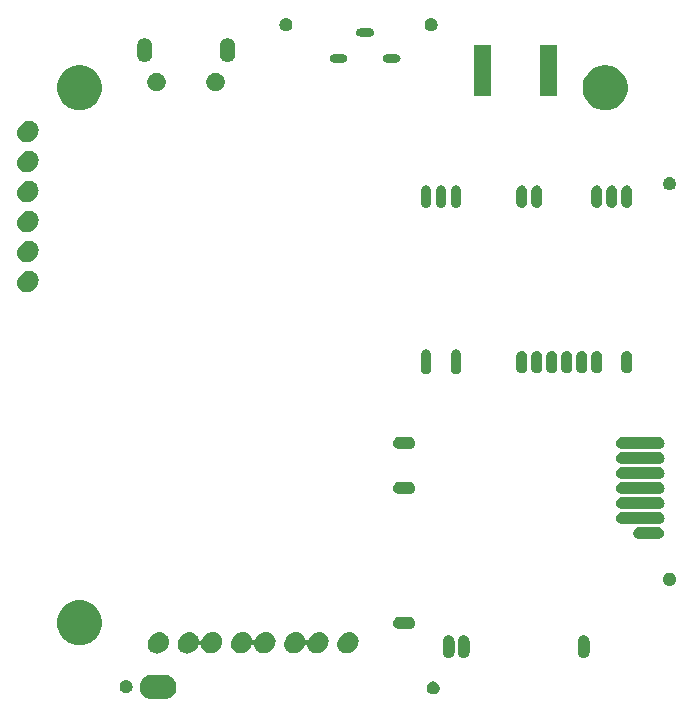
<source format=gbr>
G04 #@! TF.GenerationSoftware,KiCad,Pcbnew,(5.1.6)-1*
G04 #@! TF.CreationDate,2020-07-19T17:34:05+08:00*
G04 #@! TF.ProjectId,ESP32GW,45535033-3247-4572-9e6b-696361645f70,rev?*
G04 #@! TF.SameCoordinates,Original*
G04 #@! TF.FileFunction,Soldermask,Bot*
G04 #@! TF.FilePolarity,Negative*
%FSLAX46Y46*%
G04 Gerber Fmt 4.6, Leading zero omitted, Abs format (unit mm)*
G04 Created by KiCad (PCBNEW (5.1.6)-1) date 2020-07-19 17:34:05*
%MOMM*%
%LPD*%
G01*
G04 APERTURE LIST*
%ADD10C,0.100000*%
G04 APERTURE END LIST*
D10*
G36*
X128786737Y-125260649D02*
G01*
X128889672Y-125270787D01*
X129087786Y-125330885D01*
X129087789Y-125330886D01*
X129184615Y-125382641D01*
X129270369Y-125428477D01*
X129430405Y-125559815D01*
X129561743Y-125719851D01*
X129570436Y-125736115D01*
X129659334Y-125902431D01*
X129659335Y-125902434D01*
X129719433Y-126100548D01*
X129739725Y-126306580D01*
X129719433Y-126512612D01*
X129676562Y-126653936D01*
X129659334Y-126710729D01*
X129607579Y-126807555D01*
X129561743Y-126893309D01*
X129430405Y-127053345D01*
X129270369Y-127184683D01*
X129184615Y-127230519D01*
X129087789Y-127282274D01*
X129087786Y-127282275D01*
X128889672Y-127342373D01*
X128786737Y-127352511D01*
X128735271Y-127357580D01*
X127632009Y-127357580D01*
X127580543Y-127352511D01*
X127477608Y-127342373D01*
X127279494Y-127282275D01*
X127279491Y-127282274D01*
X127182665Y-127230519D01*
X127096911Y-127184683D01*
X126936875Y-127053345D01*
X126805537Y-126893309D01*
X126759701Y-126807555D01*
X126707946Y-126710729D01*
X126690718Y-126653936D01*
X126647847Y-126512612D01*
X126627555Y-126306580D01*
X126647847Y-126100548D01*
X126707945Y-125902434D01*
X126707946Y-125902431D01*
X126796844Y-125736115D01*
X126805537Y-125719851D01*
X126936875Y-125559815D01*
X127096911Y-125428477D01*
X127182665Y-125382641D01*
X127279491Y-125330886D01*
X127279494Y-125330885D01*
X127477608Y-125270787D01*
X127580543Y-125260649D01*
X127632009Y-125255580D01*
X128735271Y-125255580D01*
X128786737Y-125260649D01*
G37*
G36*
X151631081Y-125863114D02*
G01*
X151731355Y-125904649D01*
X151731356Y-125904650D01*
X151821602Y-125964950D01*
X151898350Y-126041698D01*
X151898351Y-126041700D01*
X151958651Y-126131945D01*
X152000186Y-126232219D01*
X152021360Y-126338670D01*
X152021360Y-126447210D01*
X152000186Y-126553661D01*
X151958651Y-126653935D01*
X151958650Y-126653936D01*
X151898350Y-126744182D01*
X151821602Y-126820930D01*
X151776172Y-126851285D01*
X151731355Y-126881231D01*
X151631081Y-126922766D01*
X151524630Y-126943940D01*
X151416090Y-126943940D01*
X151309639Y-126922766D01*
X151209365Y-126881231D01*
X151164548Y-126851285D01*
X151119118Y-126820930D01*
X151042370Y-126744182D01*
X150982070Y-126653936D01*
X150982069Y-126653935D01*
X150940534Y-126553661D01*
X150919360Y-126447210D01*
X150919360Y-126338670D01*
X150940534Y-126232219D01*
X150982069Y-126131945D01*
X151042369Y-126041700D01*
X151042370Y-126041698D01*
X151119118Y-125964950D01*
X151209364Y-125904650D01*
X151209365Y-125904649D01*
X151309639Y-125863114D01*
X151416090Y-125841940D01*
X151524630Y-125841940D01*
X151631081Y-125863114D01*
G37*
G36*
X125632581Y-125736114D02*
G01*
X125732855Y-125777649D01*
X125732856Y-125777650D01*
X125823102Y-125837950D01*
X125899850Y-125914698D01*
X125899851Y-125914700D01*
X125960151Y-126004945D01*
X126001686Y-126105219D01*
X126022860Y-126211670D01*
X126022860Y-126320210D01*
X126001686Y-126426661D01*
X125960151Y-126526935D01*
X125960150Y-126526936D01*
X125899850Y-126617182D01*
X125823102Y-126693930D01*
X125797965Y-126710726D01*
X125732855Y-126754231D01*
X125632581Y-126795766D01*
X125526130Y-126816940D01*
X125417590Y-126816940D01*
X125311139Y-126795766D01*
X125210865Y-126754231D01*
X125145755Y-126710726D01*
X125120618Y-126693930D01*
X125043870Y-126617182D01*
X124983570Y-126526936D01*
X124983569Y-126526935D01*
X124942034Y-126426661D01*
X124920860Y-126320210D01*
X124920860Y-126211670D01*
X124942034Y-126105219D01*
X124983569Y-126004945D01*
X125043869Y-125914700D01*
X125043870Y-125914698D01*
X125120618Y-125837950D01*
X125210864Y-125777650D01*
X125210865Y-125777649D01*
X125311139Y-125736114D01*
X125417590Y-125714940D01*
X125526130Y-125714940D01*
X125632581Y-125736114D01*
G37*
G36*
X152879052Y-121934909D02*
G01*
X152973491Y-121963557D01*
X153060527Y-122010078D01*
X153136815Y-122072685D01*
X153199422Y-122148973D01*
X153245943Y-122236008D01*
X153274591Y-122330447D01*
X153281840Y-122404048D01*
X153281840Y-123353272D01*
X153274591Y-123426873D01*
X153245943Y-123521312D01*
X153199422Y-123608347D01*
X153136815Y-123684635D01*
X153060527Y-123747242D01*
X152973492Y-123793763D01*
X152879053Y-123822411D01*
X152780840Y-123832084D01*
X152682628Y-123822411D01*
X152588189Y-123793763D01*
X152501154Y-123747242D01*
X152424866Y-123684635D01*
X152362259Y-123608347D01*
X152315738Y-123521312D01*
X152287090Y-123426873D01*
X152279841Y-123353272D01*
X152279841Y-123353270D01*
X152279840Y-123353260D01*
X152279840Y-122404049D01*
X152287089Y-122330448D01*
X152315737Y-122236009D01*
X152362258Y-122148973D01*
X152424865Y-122072685D01*
X152501153Y-122010078D01*
X152588188Y-121963557D01*
X152682627Y-121934909D01*
X152780840Y-121925236D01*
X152879052Y-121934909D01*
G37*
G36*
X154149052Y-121934909D02*
G01*
X154243491Y-121963557D01*
X154330527Y-122010078D01*
X154406815Y-122072685D01*
X154469422Y-122148973D01*
X154515943Y-122236008D01*
X154544591Y-122330447D01*
X154551840Y-122404048D01*
X154551840Y-123353272D01*
X154544591Y-123426873D01*
X154515943Y-123521312D01*
X154469422Y-123608347D01*
X154406815Y-123684635D01*
X154330527Y-123747242D01*
X154243492Y-123793763D01*
X154149053Y-123822411D01*
X154050840Y-123832084D01*
X153952628Y-123822411D01*
X153858189Y-123793763D01*
X153771154Y-123747242D01*
X153694866Y-123684635D01*
X153632259Y-123608347D01*
X153585738Y-123521312D01*
X153557090Y-123426873D01*
X153549841Y-123353272D01*
X153549841Y-123353270D01*
X153549840Y-123353260D01*
X153549840Y-122404049D01*
X153557089Y-122330448D01*
X153585737Y-122236009D01*
X153632258Y-122148973D01*
X153694865Y-122072685D01*
X153771153Y-122010078D01*
X153858188Y-121963557D01*
X153952627Y-121934909D01*
X154050840Y-121925236D01*
X154149052Y-121934909D01*
G37*
G36*
X164309052Y-121934909D02*
G01*
X164403491Y-121963557D01*
X164490527Y-122010078D01*
X164566815Y-122072685D01*
X164629422Y-122148973D01*
X164675943Y-122236008D01*
X164704591Y-122330447D01*
X164711840Y-122404048D01*
X164711840Y-123353272D01*
X164704591Y-123426873D01*
X164675943Y-123521312D01*
X164629422Y-123608347D01*
X164566815Y-123684635D01*
X164490527Y-123747242D01*
X164403492Y-123793763D01*
X164309053Y-123822411D01*
X164210840Y-123832084D01*
X164112628Y-123822411D01*
X164018189Y-123793763D01*
X163931154Y-123747242D01*
X163854866Y-123684635D01*
X163792259Y-123608347D01*
X163745738Y-123521312D01*
X163717090Y-123426873D01*
X163709841Y-123353272D01*
X163709841Y-123353270D01*
X163709840Y-123353260D01*
X163709840Y-122404049D01*
X163717089Y-122330448D01*
X163745737Y-122236009D01*
X163792258Y-122148973D01*
X163854865Y-122072685D01*
X163931153Y-122010078D01*
X164018188Y-121963557D01*
X164112627Y-121934909D01*
X164210840Y-121925236D01*
X164309052Y-121934909D01*
G37*
G36*
X132975548Y-121659525D02*
G01*
X133051043Y-121682426D01*
X133126539Y-121705327D01*
X133175009Y-121731235D01*
X133265691Y-121779705D01*
X133308931Y-121815192D01*
X133387659Y-121879801D01*
X133432884Y-121934909D01*
X133487755Y-122001769D01*
X133536225Y-122092451D01*
X133562133Y-122140921D01*
X133584071Y-122213241D01*
X133607935Y-122291912D01*
X133612866Y-122341971D01*
X133623401Y-122448934D01*
X133607935Y-122605956D01*
X133562133Y-122756947D01*
X133552231Y-122775472D01*
X133487755Y-122896099D01*
X133412739Y-122987505D01*
X133144965Y-123255279D01*
X133053559Y-123330295D01*
X132962877Y-123378765D01*
X132914407Y-123404673D01*
X132841222Y-123426873D01*
X132763416Y-123450475D01*
X132606394Y-123465941D01*
X132449372Y-123450475D01*
X132371566Y-123426873D01*
X132298381Y-123404673D01*
X132249911Y-123378765D01*
X132159229Y-123330295D01*
X132115989Y-123294808D01*
X132037261Y-123230199D01*
X131947588Y-123120931D01*
X131937165Y-123108231D01*
X131888695Y-123017549D01*
X131862787Y-122969079D01*
X131840449Y-122895439D01*
X131817104Y-122818480D01*
X131807729Y-122795846D01*
X131794115Y-122775472D01*
X131776788Y-122758145D01*
X131756414Y-122744531D01*
X131733775Y-122735154D01*
X131709742Y-122730373D01*
X131685238Y-122730373D01*
X131661204Y-122735153D01*
X131638565Y-122744530D01*
X131618191Y-122758144D01*
X131600864Y-122775471D01*
X131587250Y-122795845D01*
X131575148Y-122818485D01*
X131526875Y-122908799D01*
X131451859Y-123000205D01*
X131184085Y-123267979D01*
X131092679Y-123342995D01*
X131001997Y-123391465D01*
X130953527Y-123417373D01*
X130878031Y-123440274D01*
X130802536Y-123463175D01*
X130645514Y-123478641D01*
X130488492Y-123463175D01*
X130412997Y-123440274D01*
X130337501Y-123417373D01*
X130289031Y-123391465D01*
X130198349Y-123342995D01*
X130155109Y-123307508D01*
X130076381Y-123242899D01*
X130011772Y-123164171D01*
X129976285Y-123120931D01*
X129904613Y-122986841D01*
X129901907Y-122981779D01*
X129856105Y-122830787D01*
X129853966Y-122809069D01*
X129840639Y-122673766D01*
X129856105Y-122516744D01*
X129893846Y-122392327D01*
X129901907Y-122365753D01*
X129936908Y-122300271D01*
X129976285Y-122226601D01*
X130051301Y-122135195D01*
X130319075Y-121867421D01*
X130410481Y-121792405D01*
X130501163Y-121743935D01*
X130549633Y-121718027D01*
X130700623Y-121672225D01*
X130857646Y-121656759D01*
X131014668Y-121672225D01*
X131090163Y-121695126D01*
X131165659Y-121718027D01*
X131214129Y-121743935D01*
X131304811Y-121792405D01*
X131348051Y-121827892D01*
X131426779Y-121892501D01*
X131485092Y-121963557D01*
X131526875Y-122014469D01*
X131571040Y-122097097D01*
X131601253Y-122153621D01*
X131601253Y-122153622D01*
X131646936Y-122304220D01*
X131656311Y-122326854D01*
X131669925Y-122347228D01*
X131687252Y-122364555D01*
X131707626Y-122378169D01*
X131730265Y-122387546D01*
X131754298Y-122392327D01*
X131778802Y-122392327D01*
X131802836Y-122387547D01*
X131825475Y-122378170D01*
X131845849Y-122364556D01*
X131863176Y-122347229D01*
X131876790Y-122326855D01*
X131895820Y-122291253D01*
X131937165Y-122213901D01*
X132012181Y-122122495D01*
X132279955Y-121854721D01*
X132371361Y-121779705D01*
X132462043Y-121731235D01*
X132510513Y-121705327D01*
X132619637Y-121672225D01*
X132661503Y-121659525D01*
X132818526Y-121644059D01*
X132975548Y-121659525D01*
G37*
G36*
X128474668Y-121672225D02*
G01*
X128550163Y-121695126D01*
X128625659Y-121718027D01*
X128674129Y-121743935D01*
X128764811Y-121792405D01*
X128808051Y-121827892D01*
X128886779Y-121892501D01*
X128945092Y-121963557D01*
X128986875Y-122014469D01*
X129031040Y-122097097D01*
X129061253Y-122153621D01*
X129061253Y-122153622D01*
X129107055Y-122304612D01*
X129122521Y-122461634D01*
X129107055Y-122618657D01*
X129094190Y-122661066D01*
X129061253Y-122769647D01*
X129035345Y-122818117D01*
X128986875Y-122908799D01*
X128911859Y-123000205D01*
X128644085Y-123267979D01*
X128552679Y-123342995D01*
X128461997Y-123391465D01*
X128413527Y-123417373D01*
X128338031Y-123440274D01*
X128262536Y-123463175D01*
X128105514Y-123478641D01*
X127948492Y-123463175D01*
X127872997Y-123440274D01*
X127797501Y-123417373D01*
X127749031Y-123391465D01*
X127658349Y-123342995D01*
X127615109Y-123307508D01*
X127536381Y-123242899D01*
X127471772Y-123164171D01*
X127436285Y-123120931D01*
X127364613Y-122986841D01*
X127361907Y-122981779D01*
X127316105Y-122830787D01*
X127313966Y-122809069D01*
X127300639Y-122673766D01*
X127316105Y-122516744D01*
X127353846Y-122392327D01*
X127361907Y-122365753D01*
X127396908Y-122300271D01*
X127436285Y-122226601D01*
X127511301Y-122135195D01*
X127779075Y-121867421D01*
X127870481Y-121792405D01*
X127961163Y-121743935D01*
X128009633Y-121718027D01*
X128160623Y-121672225D01*
X128317646Y-121656759D01*
X128474668Y-121672225D01*
G37*
G36*
X137477328Y-121658865D02*
G01*
X137521370Y-121672225D01*
X137628319Y-121704667D01*
X137676789Y-121730575D01*
X137767471Y-121779045D01*
X137810711Y-121814532D01*
X137889439Y-121879141D01*
X137954048Y-121957869D01*
X137989535Y-122001109D01*
X138027793Y-122072685D01*
X138063913Y-122140261D01*
X138067966Y-122153622D01*
X138109715Y-122291252D01*
X138125181Y-122448274D01*
X138109715Y-122605297D01*
X138105662Y-122618657D01*
X138063913Y-122756287D01*
X138042769Y-122795845D01*
X137989535Y-122895439D01*
X137914519Y-122986845D01*
X137646745Y-123254619D01*
X137555339Y-123329635D01*
X137464657Y-123378105D01*
X137416187Y-123404013D01*
X137372144Y-123417373D01*
X137265196Y-123449815D01*
X137108174Y-123465281D01*
X136951152Y-123449815D01*
X136844204Y-123417373D01*
X136800161Y-123404013D01*
X136751691Y-123378105D01*
X136661009Y-123329635D01*
X136617769Y-123294148D01*
X136539041Y-123229539D01*
X136474432Y-123150811D01*
X136438945Y-123107571D01*
X136374414Y-122986841D01*
X136364567Y-122968419D01*
X136346482Y-122908798D01*
X136318765Y-122817428D01*
X136318765Y-122817425D01*
X136316230Y-122809069D01*
X136306853Y-122786430D01*
X136293239Y-122766056D01*
X136275912Y-122748729D01*
X136255538Y-122735115D01*
X136232899Y-122725738D01*
X136208866Y-122720957D01*
X136184362Y-122720957D01*
X136160328Y-122725737D01*
X136137689Y-122735114D01*
X136117315Y-122748728D01*
X136099988Y-122766055D01*
X136086374Y-122786430D01*
X136081341Y-122795846D01*
X136027755Y-122896099D01*
X135952739Y-122987505D01*
X135684965Y-123255279D01*
X135593559Y-123330295D01*
X135502877Y-123378765D01*
X135454407Y-123404673D01*
X135381222Y-123426873D01*
X135303416Y-123450475D01*
X135146394Y-123465941D01*
X134989372Y-123450475D01*
X134911566Y-123426873D01*
X134838381Y-123404673D01*
X134789911Y-123378765D01*
X134699229Y-123330295D01*
X134655989Y-123294808D01*
X134577261Y-123230199D01*
X134487588Y-123120931D01*
X134477165Y-123108231D01*
X134428695Y-123017549D01*
X134402787Y-122969079D01*
X134379886Y-122893583D01*
X134356985Y-122818088D01*
X134341519Y-122661066D01*
X134356985Y-122504044D01*
X134395168Y-122378170D01*
X134402787Y-122353053D01*
X134435820Y-122291253D01*
X134477165Y-122213901D01*
X134552181Y-122122495D01*
X134819955Y-121854721D01*
X134911361Y-121779705D01*
X135002043Y-121731235D01*
X135050513Y-121705327D01*
X135159637Y-121672225D01*
X135201503Y-121659525D01*
X135358526Y-121644059D01*
X135515548Y-121659525D01*
X135591043Y-121682426D01*
X135666539Y-121705327D01*
X135715009Y-121731235D01*
X135805691Y-121779705D01*
X135848931Y-121815192D01*
X135927659Y-121879801D01*
X135972884Y-121934909D01*
X136027755Y-122001769D01*
X136076225Y-122092451D01*
X136102133Y-122140921D01*
X136117394Y-122191232D01*
X136147935Y-122291912D01*
X136147935Y-122291913D01*
X136150470Y-122300271D01*
X136159847Y-122322910D01*
X136173461Y-122343284D01*
X136190788Y-122360611D01*
X136211162Y-122374225D01*
X136233801Y-122383602D01*
X136257834Y-122388383D01*
X136282338Y-122388383D01*
X136306372Y-122383603D01*
X136329011Y-122374226D01*
X136349385Y-122360612D01*
X136366712Y-122343285D01*
X136380326Y-122322910D01*
X136397248Y-122291252D01*
X136438945Y-122213241D01*
X136513961Y-122121835D01*
X136781735Y-121854061D01*
X136873141Y-121779045D01*
X136963823Y-121730575D01*
X137012293Y-121704667D01*
X137119241Y-121672225D01*
X137163283Y-121658865D01*
X137320306Y-121643399D01*
X137477328Y-121658865D01*
G37*
G36*
X144518208Y-121658865D02*
G01*
X144562250Y-121672225D01*
X144669199Y-121704667D01*
X144717669Y-121730575D01*
X144808351Y-121779045D01*
X144851591Y-121814532D01*
X144930319Y-121879141D01*
X144994928Y-121957869D01*
X145030415Y-122001109D01*
X145068673Y-122072685D01*
X145104793Y-122140261D01*
X145108846Y-122153622D01*
X145150595Y-122291252D01*
X145166061Y-122448274D01*
X145150595Y-122605297D01*
X145146542Y-122618657D01*
X145104793Y-122756287D01*
X145083649Y-122795845D01*
X145030415Y-122895439D01*
X144955399Y-122986845D01*
X144687625Y-123254619D01*
X144596219Y-123329635D01*
X144505537Y-123378105D01*
X144457067Y-123404013D01*
X144413024Y-123417373D01*
X144306076Y-123449815D01*
X144149054Y-123465281D01*
X143992032Y-123449815D01*
X143885084Y-123417373D01*
X143841041Y-123404013D01*
X143792571Y-123378105D01*
X143701889Y-123329635D01*
X143658649Y-123294148D01*
X143579921Y-123229539D01*
X143515312Y-123150811D01*
X143479825Y-123107571D01*
X143415294Y-122986841D01*
X143405447Y-122968419D01*
X143363698Y-122830788D01*
X143359645Y-122817428D01*
X143344179Y-122660406D01*
X143359645Y-122503384D01*
X143389778Y-122404048D01*
X143405447Y-122352393D01*
X143434009Y-122298957D01*
X143479825Y-122213241D01*
X143554841Y-122121835D01*
X143822615Y-121854061D01*
X143914021Y-121779045D01*
X144004703Y-121730575D01*
X144053173Y-121704667D01*
X144160121Y-121672225D01*
X144204163Y-121658865D01*
X144361186Y-121643399D01*
X144518208Y-121658865D01*
G37*
G36*
X141978208Y-121658865D02*
G01*
X142022250Y-121672225D01*
X142129199Y-121704667D01*
X142177669Y-121730575D01*
X142268351Y-121779045D01*
X142311591Y-121814532D01*
X142390319Y-121879141D01*
X142454928Y-121957869D01*
X142490415Y-122001109D01*
X142528673Y-122072685D01*
X142564793Y-122140261D01*
X142568846Y-122153622D01*
X142610595Y-122291252D01*
X142626061Y-122448274D01*
X142610595Y-122605297D01*
X142606542Y-122618657D01*
X142564793Y-122756287D01*
X142543649Y-122795845D01*
X142490415Y-122895439D01*
X142415399Y-122986845D01*
X142147625Y-123254619D01*
X142056219Y-123329635D01*
X141965537Y-123378105D01*
X141917067Y-123404013D01*
X141873024Y-123417373D01*
X141766076Y-123449815D01*
X141609054Y-123465281D01*
X141452032Y-123449815D01*
X141345084Y-123417373D01*
X141301041Y-123404013D01*
X141252571Y-123378105D01*
X141161889Y-123329635D01*
X141118649Y-123294148D01*
X141039921Y-123229539D01*
X140975312Y-123150811D01*
X140939825Y-123107571D01*
X140875294Y-122986841D01*
X140865447Y-122968419D01*
X140823698Y-122830788D01*
X140819645Y-122817428D01*
X140819645Y-122817427D01*
X140817308Y-122809723D01*
X140807930Y-122787084D01*
X140794317Y-122766710D01*
X140776990Y-122749383D01*
X140756615Y-122735769D01*
X140733977Y-122726392D01*
X140709943Y-122721611D01*
X140685439Y-122721611D01*
X140661406Y-122726391D01*
X140638767Y-122735769D01*
X140618393Y-122749382D01*
X140601066Y-122766709D01*
X140587452Y-122787083D01*
X140529535Y-122895439D01*
X140454519Y-122986845D01*
X140186745Y-123254619D01*
X140095339Y-123329635D01*
X140004657Y-123378105D01*
X139956187Y-123404013D01*
X139912144Y-123417373D01*
X139805196Y-123449815D01*
X139648174Y-123465281D01*
X139491152Y-123449815D01*
X139384204Y-123417373D01*
X139340161Y-123404013D01*
X139291691Y-123378105D01*
X139201009Y-123329635D01*
X139157769Y-123294148D01*
X139079041Y-123229539D01*
X139014432Y-123150811D01*
X138978945Y-123107571D01*
X138914414Y-122986841D01*
X138904567Y-122968419D01*
X138862818Y-122830788D01*
X138858765Y-122817428D01*
X138843299Y-122660406D01*
X138858765Y-122503384D01*
X138888898Y-122404048D01*
X138904567Y-122352393D01*
X138933129Y-122298957D01*
X138978945Y-122213241D01*
X139053961Y-122121835D01*
X139321735Y-121854061D01*
X139413141Y-121779045D01*
X139503823Y-121730575D01*
X139552293Y-121704667D01*
X139659241Y-121672225D01*
X139703283Y-121658865D01*
X139860306Y-121643399D01*
X140017328Y-121658865D01*
X140061370Y-121672225D01*
X140168319Y-121704667D01*
X140216789Y-121730575D01*
X140307471Y-121779045D01*
X140350711Y-121814532D01*
X140429439Y-121879141D01*
X140494048Y-121957869D01*
X140529535Y-122001109D01*
X140567793Y-122072685D01*
X140603913Y-122140261D01*
X140652052Y-122298957D01*
X140661430Y-122321596D01*
X140675043Y-122341970D01*
X140692370Y-122359297D01*
X140712745Y-122372911D01*
X140735383Y-122382288D01*
X140759417Y-122387069D01*
X140783921Y-122387069D01*
X140807954Y-122382289D01*
X140830593Y-122372911D01*
X140850967Y-122359298D01*
X140868294Y-122341971D01*
X140881908Y-122321597D01*
X140894009Y-122298957D01*
X140939825Y-122213241D01*
X141014841Y-122121835D01*
X141282615Y-121854061D01*
X141374021Y-121779045D01*
X141464703Y-121730575D01*
X141513173Y-121704667D01*
X141620121Y-121672225D01*
X141664163Y-121658865D01*
X141821186Y-121643399D01*
X141978208Y-121658865D01*
G37*
G36*
X122082581Y-119057334D02*
G01*
X122428541Y-119200636D01*
X122739897Y-119408677D01*
X123004683Y-119673463D01*
X123212724Y-119984819D01*
X123212725Y-119984821D01*
X123356026Y-120330780D01*
X123429080Y-120698047D01*
X123429080Y-121072513D01*
X123412006Y-121158350D01*
X123356026Y-121439781D01*
X123212724Y-121785741D01*
X123004683Y-122097097D01*
X122739897Y-122361883D01*
X122428541Y-122569924D01*
X122428540Y-122569925D01*
X122428539Y-122569925D01*
X122341550Y-122605957D01*
X122082581Y-122713226D01*
X121900812Y-122749382D01*
X121715313Y-122786280D01*
X121340847Y-122786280D01*
X121155348Y-122749382D01*
X120973579Y-122713226D01*
X120714610Y-122605957D01*
X120627621Y-122569925D01*
X120627620Y-122569925D01*
X120627619Y-122569924D01*
X120316263Y-122361883D01*
X120051477Y-122097097D01*
X119843436Y-121785741D01*
X119700134Y-121439781D01*
X119644154Y-121158350D01*
X119627080Y-121072513D01*
X119627080Y-120698047D01*
X119700134Y-120330780D01*
X119843435Y-119984821D01*
X119843436Y-119984819D01*
X120051477Y-119673463D01*
X120316263Y-119408677D01*
X120627619Y-119200636D01*
X120973579Y-119057334D01*
X121340847Y-118984280D01*
X121715313Y-118984280D01*
X122082581Y-119057334D01*
G37*
G36*
X149559053Y-120384909D02*
G01*
X149653492Y-120413557D01*
X149740527Y-120460078D01*
X149816815Y-120522685D01*
X149879422Y-120598973D01*
X149925943Y-120686008D01*
X149954591Y-120780447D01*
X149964264Y-120878660D01*
X149954591Y-120976873D01*
X149925943Y-121071312D01*
X149879422Y-121158347D01*
X149816815Y-121234635D01*
X149740527Y-121297242D01*
X149653492Y-121343763D01*
X149559053Y-121372411D01*
X149485452Y-121379660D01*
X148536228Y-121379660D01*
X148462627Y-121372411D01*
X148368188Y-121343763D01*
X148281153Y-121297242D01*
X148204865Y-121234635D01*
X148142258Y-121158347D01*
X148095737Y-121071312D01*
X148067089Y-120976873D01*
X148057416Y-120878660D01*
X148067089Y-120780447D01*
X148095737Y-120686008D01*
X148142258Y-120598973D01*
X148204865Y-120522685D01*
X148281153Y-120460078D01*
X148368188Y-120413557D01*
X148462627Y-120384909D01*
X148536228Y-120377660D01*
X149485452Y-120377660D01*
X149559053Y-120384909D01*
G37*
G36*
X171641201Y-116661674D02*
G01*
X171741475Y-116703209D01*
X171741476Y-116703210D01*
X171831722Y-116763510D01*
X171908470Y-116840258D01*
X171908471Y-116840260D01*
X171968771Y-116930505D01*
X172010306Y-117030779D01*
X172031480Y-117137230D01*
X172031480Y-117245770D01*
X172010306Y-117352221D01*
X171968771Y-117452495D01*
X171968770Y-117452496D01*
X171908470Y-117542742D01*
X171831722Y-117619490D01*
X171786292Y-117649845D01*
X171741475Y-117679791D01*
X171641201Y-117721326D01*
X171534750Y-117742500D01*
X171426210Y-117742500D01*
X171319759Y-117721326D01*
X171219485Y-117679791D01*
X171174668Y-117649845D01*
X171129238Y-117619490D01*
X171052490Y-117542742D01*
X170992190Y-117452496D01*
X170992189Y-117452495D01*
X170950654Y-117352221D01*
X170929480Y-117245770D01*
X170929480Y-117137230D01*
X170950654Y-117030779D01*
X170992189Y-116930505D01*
X171052489Y-116840260D01*
X171052490Y-116840258D01*
X171129238Y-116763510D01*
X171219484Y-116703210D01*
X171219485Y-116703209D01*
X171319759Y-116661674D01*
X171426210Y-116640500D01*
X171534750Y-116640500D01*
X171641201Y-116661674D01*
G37*
G36*
X170609053Y-112764909D02*
G01*
X170703492Y-112793557D01*
X170790527Y-112840078D01*
X170866815Y-112902685D01*
X170929422Y-112978973D01*
X170975943Y-113066008D01*
X171004591Y-113160447D01*
X171014264Y-113258660D01*
X171004591Y-113356873D01*
X170975943Y-113451312D01*
X170929422Y-113538347D01*
X170866815Y-113614635D01*
X170790527Y-113677242D01*
X170703492Y-113723763D01*
X170609053Y-113752411D01*
X170535452Y-113759660D01*
X168886228Y-113759660D01*
X168812627Y-113752411D01*
X168718188Y-113723763D01*
X168631153Y-113677242D01*
X168554865Y-113614635D01*
X168492258Y-113538347D01*
X168445737Y-113451312D01*
X168417089Y-113356873D01*
X168407416Y-113258660D01*
X168417089Y-113160447D01*
X168445737Y-113066008D01*
X168492258Y-112978973D01*
X168554865Y-112902685D01*
X168631153Y-112840078D01*
X168718188Y-112793557D01*
X168812627Y-112764909D01*
X168886228Y-112757660D01*
X170535452Y-112757660D01*
X170609053Y-112764909D01*
G37*
G36*
X170659053Y-111494909D02*
G01*
X170753492Y-111523557D01*
X170840527Y-111570078D01*
X170916815Y-111632685D01*
X170979422Y-111708973D01*
X171025943Y-111796008D01*
X171054591Y-111890447D01*
X171064264Y-111988660D01*
X171054591Y-112086873D01*
X171025943Y-112181312D01*
X170979422Y-112268347D01*
X170916815Y-112344635D01*
X170840527Y-112407242D01*
X170753492Y-112453763D01*
X170659053Y-112482411D01*
X170585452Y-112489660D01*
X167436228Y-112489660D01*
X167362627Y-112482411D01*
X167268188Y-112453763D01*
X167181153Y-112407242D01*
X167104865Y-112344635D01*
X167042258Y-112268347D01*
X166995737Y-112181312D01*
X166967089Y-112086873D01*
X166957416Y-111988660D01*
X166967089Y-111890447D01*
X166995737Y-111796008D01*
X167042258Y-111708973D01*
X167104865Y-111632685D01*
X167181153Y-111570078D01*
X167268188Y-111523557D01*
X167362627Y-111494909D01*
X167436228Y-111487660D01*
X170585452Y-111487660D01*
X170659053Y-111494909D01*
G37*
G36*
X170659053Y-110224909D02*
G01*
X170753492Y-110253557D01*
X170840527Y-110300078D01*
X170916815Y-110362685D01*
X170979422Y-110438973D01*
X171025943Y-110526008D01*
X171054591Y-110620447D01*
X171064264Y-110718660D01*
X171054591Y-110816873D01*
X171025943Y-110911312D01*
X170979422Y-110998347D01*
X170916815Y-111074635D01*
X170840527Y-111137242D01*
X170753492Y-111183763D01*
X170659053Y-111212411D01*
X170585452Y-111219660D01*
X167436228Y-111219660D01*
X167362627Y-111212411D01*
X167268188Y-111183763D01*
X167181153Y-111137242D01*
X167104865Y-111074635D01*
X167042258Y-110998347D01*
X166995737Y-110911312D01*
X166967089Y-110816873D01*
X166957416Y-110718660D01*
X166967089Y-110620447D01*
X166995737Y-110526008D01*
X167042258Y-110438973D01*
X167104865Y-110362685D01*
X167181153Y-110300078D01*
X167268188Y-110253557D01*
X167362627Y-110224909D01*
X167436228Y-110217660D01*
X170585452Y-110217660D01*
X170659053Y-110224909D01*
G37*
G36*
X170659053Y-108954909D02*
G01*
X170753492Y-108983557D01*
X170840527Y-109030078D01*
X170916815Y-109092685D01*
X170979422Y-109168973D01*
X171025943Y-109256008D01*
X171054591Y-109350447D01*
X171064264Y-109448660D01*
X171054591Y-109546873D01*
X171025943Y-109641312D01*
X170979422Y-109728347D01*
X170916815Y-109804635D01*
X170840527Y-109867242D01*
X170753492Y-109913763D01*
X170659053Y-109942411D01*
X170585452Y-109949660D01*
X167436228Y-109949660D01*
X167362627Y-109942411D01*
X167268188Y-109913763D01*
X167181153Y-109867242D01*
X167104865Y-109804635D01*
X167042258Y-109728347D01*
X166995737Y-109641312D01*
X166967089Y-109546873D01*
X166957416Y-109448660D01*
X166967089Y-109350447D01*
X166995737Y-109256008D01*
X167042258Y-109168973D01*
X167104865Y-109092685D01*
X167181153Y-109030078D01*
X167268188Y-108983557D01*
X167362627Y-108954909D01*
X167436228Y-108947660D01*
X170585452Y-108947660D01*
X170659053Y-108954909D01*
G37*
G36*
X149559053Y-108954909D02*
G01*
X149653492Y-108983557D01*
X149740527Y-109030078D01*
X149816815Y-109092685D01*
X149879422Y-109168973D01*
X149925943Y-109256008D01*
X149954591Y-109350447D01*
X149964264Y-109448660D01*
X149954591Y-109546873D01*
X149925943Y-109641312D01*
X149879422Y-109728347D01*
X149816815Y-109804635D01*
X149740527Y-109867242D01*
X149653492Y-109913763D01*
X149559053Y-109942411D01*
X149485452Y-109949660D01*
X148536228Y-109949660D01*
X148462627Y-109942411D01*
X148368188Y-109913763D01*
X148281153Y-109867242D01*
X148204865Y-109804635D01*
X148142258Y-109728347D01*
X148095737Y-109641312D01*
X148067089Y-109546873D01*
X148057416Y-109448660D01*
X148067089Y-109350447D01*
X148095737Y-109256008D01*
X148142258Y-109168973D01*
X148204865Y-109092685D01*
X148281153Y-109030078D01*
X148368188Y-108983557D01*
X148462627Y-108954909D01*
X148536228Y-108947660D01*
X149485452Y-108947660D01*
X149559053Y-108954909D01*
G37*
G36*
X170659053Y-107684909D02*
G01*
X170753492Y-107713557D01*
X170840527Y-107760078D01*
X170916815Y-107822685D01*
X170979422Y-107898973D01*
X171025943Y-107986008D01*
X171054591Y-108080447D01*
X171064264Y-108178660D01*
X171054591Y-108276873D01*
X171025943Y-108371312D01*
X170979422Y-108458347D01*
X170916815Y-108534635D01*
X170840527Y-108597242D01*
X170753492Y-108643763D01*
X170659053Y-108672411D01*
X170585452Y-108679660D01*
X167436228Y-108679660D01*
X167362627Y-108672411D01*
X167268188Y-108643763D01*
X167181153Y-108597242D01*
X167104865Y-108534635D01*
X167042258Y-108458347D01*
X166995737Y-108371312D01*
X166967089Y-108276873D01*
X166957416Y-108178660D01*
X166967089Y-108080447D01*
X166995737Y-107986008D01*
X167042258Y-107898973D01*
X167104865Y-107822685D01*
X167181153Y-107760078D01*
X167268188Y-107713557D01*
X167362627Y-107684909D01*
X167436228Y-107677660D01*
X170585452Y-107677660D01*
X170659053Y-107684909D01*
G37*
G36*
X170659053Y-106414909D02*
G01*
X170753492Y-106443557D01*
X170840527Y-106490078D01*
X170916815Y-106552685D01*
X170979422Y-106628973D01*
X171025943Y-106716008D01*
X171054591Y-106810447D01*
X171064264Y-106908660D01*
X171054591Y-107006873D01*
X171025943Y-107101312D01*
X170979422Y-107188347D01*
X170916815Y-107264635D01*
X170840527Y-107327242D01*
X170753492Y-107373763D01*
X170659053Y-107402411D01*
X170585452Y-107409660D01*
X167436228Y-107409660D01*
X167362627Y-107402411D01*
X167268188Y-107373763D01*
X167181153Y-107327242D01*
X167104865Y-107264635D01*
X167042258Y-107188347D01*
X166995737Y-107101312D01*
X166967089Y-107006873D01*
X166957416Y-106908660D01*
X166967089Y-106810447D01*
X166995737Y-106716008D01*
X167042258Y-106628973D01*
X167104865Y-106552685D01*
X167181153Y-106490078D01*
X167268188Y-106443557D01*
X167362627Y-106414909D01*
X167436228Y-106407660D01*
X170585452Y-106407660D01*
X170659053Y-106414909D01*
G37*
G36*
X170659053Y-105144909D02*
G01*
X170753492Y-105173557D01*
X170840527Y-105220078D01*
X170916815Y-105282685D01*
X170979422Y-105358973D01*
X171025943Y-105446008D01*
X171054591Y-105540447D01*
X171064264Y-105638660D01*
X171054591Y-105736873D01*
X171025943Y-105831312D01*
X170979422Y-105918347D01*
X170916815Y-105994635D01*
X170840527Y-106057242D01*
X170753492Y-106103763D01*
X170659053Y-106132411D01*
X170585452Y-106139660D01*
X167436228Y-106139660D01*
X167362627Y-106132411D01*
X167268188Y-106103763D01*
X167181153Y-106057242D01*
X167104865Y-105994635D01*
X167042258Y-105918347D01*
X166995737Y-105831312D01*
X166967089Y-105736873D01*
X166957416Y-105638660D01*
X166967089Y-105540447D01*
X166995737Y-105446008D01*
X167042258Y-105358973D01*
X167104865Y-105282685D01*
X167181153Y-105220078D01*
X167268188Y-105173557D01*
X167362627Y-105144909D01*
X167436228Y-105137660D01*
X170585452Y-105137660D01*
X170659053Y-105144909D01*
G37*
G36*
X149559053Y-105144909D02*
G01*
X149653492Y-105173557D01*
X149740527Y-105220078D01*
X149816815Y-105282685D01*
X149879422Y-105358973D01*
X149925943Y-105446008D01*
X149954591Y-105540447D01*
X149964264Y-105638660D01*
X149954591Y-105736873D01*
X149925943Y-105831312D01*
X149879422Y-105918347D01*
X149816815Y-105994635D01*
X149740527Y-106057242D01*
X149653492Y-106103763D01*
X149559053Y-106132411D01*
X149485452Y-106139660D01*
X148536228Y-106139660D01*
X148462627Y-106132411D01*
X148368188Y-106103763D01*
X148281153Y-106057242D01*
X148204865Y-105994635D01*
X148142258Y-105918347D01*
X148095737Y-105831312D01*
X148067089Y-105736873D01*
X148057416Y-105638660D01*
X148067089Y-105540447D01*
X148095737Y-105446008D01*
X148142258Y-105358973D01*
X148204865Y-105282685D01*
X148281153Y-105220078D01*
X148368188Y-105173557D01*
X148462627Y-105144909D01*
X148536228Y-105137660D01*
X149485452Y-105137660D01*
X149559053Y-105144909D01*
G37*
G36*
X153494470Y-97736125D02*
G01*
X153579486Y-97761914D01*
X153657835Y-97803793D01*
X153726509Y-97860151D01*
X153782867Y-97928825D01*
X153824746Y-98007174D01*
X153850535Y-98092190D01*
X153857060Y-98158442D01*
X153857060Y-99402758D01*
X153850535Y-99469010D01*
X153824746Y-99554026D01*
X153782867Y-99632375D01*
X153726509Y-99701048D01*
X153657834Y-99757407D01*
X153579485Y-99799286D01*
X153494469Y-99825075D01*
X153406060Y-99833782D01*
X153317650Y-99825075D01*
X153232634Y-99799286D01*
X153154285Y-99757407D01*
X153085612Y-99701049D01*
X153029253Y-99632374D01*
X152987374Y-99554025D01*
X152961585Y-99469009D01*
X152955060Y-99402757D01*
X152955061Y-98158442D01*
X152961586Y-98092190D01*
X152987375Y-98007174D01*
X153029254Y-97928825D01*
X153085612Y-97860151D01*
X153154286Y-97803793D01*
X153232635Y-97761914D01*
X153317651Y-97736125D01*
X153406060Y-97727418D01*
X153494470Y-97736125D01*
G37*
G36*
X150954470Y-97736125D02*
G01*
X151039486Y-97761914D01*
X151117835Y-97803793D01*
X151186509Y-97860151D01*
X151242867Y-97928825D01*
X151284746Y-98007174D01*
X151310535Y-98092190D01*
X151317060Y-98158442D01*
X151317060Y-99402758D01*
X151310535Y-99469010D01*
X151284746Y-99554026D01*
X151242867Y-99632375D01*
X151186509Y-99701048D01*
X151117834Y-99757407D01*
X151039485Y-99799286D01*
X150954469Y-99825075D01*
X150866060Y-99833782D01*
X150777650Y-99825075D01*
X150692634Y-99799286D01*
X150614285Y-99757407D01*
X150545612Y-99701049D01*
X150489253Y-99632374D01*
X150447374Y-99554025D01*
X150421585Y-99469009D01*
X150415060Y-99402757D01*
X150415061Y-98158442D01*
X150421586Y-98092190D01*
X150447375Y-98007174D01*
X150489254Y-97928825D01*
X150545612Y-97860151D01*
X150614286Y-97803793D01*
X150692635Y-97761914D01*
X150777651Y-97736125D01*
X150866060Y-97727418D01*
X150954470Y-97736125D01*
G37*
G36*
X159056850Y-97841205D02*
G01*
X159141866Y-97866994D01*
X159220215Y-97908873D01*
X159288889Y-97965231D01*
X159345247Y-98033905D01*
X159387126Y-98112254D01*
X159412915Y-98197270D01*
X159419440Y-98263522D01*
X159419440Y-99307838D01*
X159412915Y-99374090D01*
X159387126Y-99459106D01*
X159345247Y-99537455D01*
X159288889Y-99606128D01*
X159220214Y-99662487D01*
X159141865Y-99704366D01*
X159056849Y-99730155D01*
X158968440Y-99738862D01*
X158880030Y-99730155D01*
X158795014Y-99704366D01*
X158716665Y-99662487D01*
X158647992Y-99606129D01*
X158591633Y-99537454D01*
X158549754Y-99459105D01*
X158523965Y-99374089D01*
X158517440Y-99307837D01*
X158517441Y-98263522D01*
X158523966Y-98197270D01*
X158549755Y-98112254D01*
X158591634Y-98033905D01*
X158647992Y-97965231D01*
X158716666Y-97908873D01*
X158795015Y-97866994D01*
X158880031Y-97841205D01*
X158968440Y-97832498D01*
X159056850Y-97841205D01*
G37*
G36*
X167946850Y-97841205D02*
G01*
X168031866Y-97866994D01*
X168110215Y-97908873D01*
X168178889Y-97965231D01*
X168235247Y-98033905D01*
X168277126Y-98112254D01*
X168302915Y-98197270D01*
X168309440Y-98263522D01*
X168309440Y-99307838D01*
X168302915Y-99374090D01*
X168277126Y-99459106D01*
X168235247Y-99537455D01*
X168178889Y-99606128D01*
X168110214Y-99662487D01*
X168031865Y-99704366D01*
X167946849Y-99730155D01*
X167858440Y-99738862D01*
X167770030Y-99730155D01*
X167685014Y-99704366D01*
X167606665Y-99662487D01*
X167537992Y-99606129D01*
X167481633Y-99537454D01*
X167439754Y-99459105D01*
X167413965Y-99374089D01*
X167407440Y-99307837D01*
X167407441Y-98263522D01*
X167413966Y-98197270D01*
X167439755Y-98112254D01*
X167481634Y-98033905D01*
X167537992Y-97965231D01*
X167606666Y-97908873D01*
X167685015Y-97866994D01*
X167770031Y-97841205D01*
X167858440Y-97832498D01*
X167946850Y-97841205D01*
G37*
G36*
X164136850Y-97841205D02*
G01*
X164221866Y-97866994D01*
X164300215Y-97908873D01*
X164368889Y-97965231D01*
X164425247Y-98033905D01*
X164467126Y-98112254D01*
X164492915Y-98197270D01*
X164499440Y-98263522D01*
X164499440Y-99307838D01*
X164492915Y-99374090D01*
X164467126Y-99459106D01*
X164425247Y-99537455D01*
X164368889Y-99606128D01*
X164300214Y-99662487D01*
X164221865Y-99704366D01*
X164136849Y-99730155D01*
X164048440Y-99738862D01*
X163960030Y-99730155D01*
X163875014Y-99704366D01*
X163796665Y-99662487D01*
X163727992Y-99606129D01*
X163671633Y-99537454D01*
X163629754Y-99459105D01*
X163603965Y-99374089D01*
X163597440Y-99307837D01*
X163597441Y-98263522D01*
X163603966Y-98197270D01*
X163629755Y-98112254D01*
X163671634Y-98033905D01*
X163727992Y-97965231D01*
X163796666Y-97908873D01*
X163875015Y-97866994D01*
X163960031Y-97841205D01*
X164048440Y-97832498D01*
X164136850Y-97841205D01*
G37*
G36*
X160326850Y-97841205D02*
G01*
X160411866Y-97866994D01*
X160490215Y-97908873D01*
X160558889Y-97965231D01*
X160615247Y-98033905D01*
X160657126Y-98112254D01*
X160682915Y-98197270D01*
X160689440Y-98263522D01*
X160689440Y-99307838D01*
X160682915Y-99374090D01*
X160657126Y-99459106D01*
X160615247Y-99537455D01*
X160558889Y-99606128D01*
X160490214Y-99662487D01*
X160411865Y-99704366D01*
X160326849Y-99730155D01*
X160238440Y-99738862D01*
X160150030Y-99730155D01*
X160065014Y-99704366D01*
X159986665Y-99662487D01*
X159917992Y-99606129D01*
X159861633Y-99537454D01*
X159819754Y-99459105D01*
X159793965Y-99374089D01*
X159787440Y-99307837D01*
X159787441Y-98263522D01*
X159793966Y-98197270D01*
X159819755Y-98112254D01*
X159861634Y-98033905D01*
X159917992Y-97965231D01*
X159986666Y-97908873D01*
X160065015Y-97866994D01*
X160150031Y-97841205D01*
X160238440Y-97832498D01*
X160326850Y-97841205D01*
G37*
G36*
X161596850Y-97841205D02*
G01*
X161681866Y-97866994D01*
X161760215Y-97908873D01*
X161828889Y-97965231D01*
X161885247Y-98033905D01*
X161927126Y-98112254D01*
X161952915Y-98197270D01*
X161959440Y-98263522D01*
X161959440Y-99307838D01*
X161952915Y-99374090D01*
X161927126Y-99459106D01*
X161885247Y-99537455D01*
X161828889Y-99606128D01*
X161760214Y-99662487D01*
X161681865Y-99704366D01*
X161596849Y-99730155D01*
X161508440Y-99738862D01*
X161420030Y-99730155D01*
X161335014Y-99704366D01*
X161256665Y-99662487D01*
X161187992Y-99606129D01*
X161131633Y-99537454D01*
X161089754Y-99459105D01*
X161063965Y-99374089D01*
X161057440Y-99307837D01*
X161057441Y-98263522D01*
X161063966Y-98197270D01*
X161089755Y-98112254D01*
X161131634Y-98033905D01*
X161187992Y-97965231D01*
X161256666Y-97908873D01*
X161335015Y-97866994D01*
X161420031Y-97841205D01*
X161508440Y-97832498D01*
X161596850Y-97841205D01*
G37*
G36*
X162866850Y-97841205D02*
G01*
X162951866Y-97866994D01*
X163030215Y-97908873D01*
X163098889Y-97965231D01*
X163155247Y-98033905D01*
X163197126Y-98112254D01*
X163222915Y-98197270D01*
X163229440Y-98263522D01*
X163229440Y-99307838D01*
X163222915Y-99374090D01*
X163197126Y-99459106D01*
X163155247Y-99537455D01*
X163098889Y-99606128D01*
X163030214Y-99662487D01*
X162951865Y-99704366D01*
X162866849Y-99730155D01*
X162778440Y-99738862D01*
X162690030Y-99730155D01*
X162605014Y-99704366D01*
X162526665Y-99662487D01*
X162457992Y-99606129D01*
X162401633Y-99537454D01*
X162359754Y-99459105D01*
X162333965Y-99374089D01*
X162327440Y-99307837D01*
X162327441Y-98263522D01*
X162333966Y-98197270D01*
X162359755Y-98112254D01*
X162401634Y-98033905D01*
X162457992Y-97965231D01*
X162526666Y-97908873D01*
X162605015Y-97866994D01*
X162690031Y-97841205D01*
X162778440Y-97832498D01*
X162866850Y-97841205D01*
G37*
G36*
X165406850Y-97841205D02*
G01*
X165491866Y-97866994D01*
X165570215Y-97908873D01*
X165638889Y-97965231D01*
X165695247Y-98033905D01*
X165737126Y-98112254D01*
X165762915Y-98197270D01*
X165769440Y-98263522D01*
X165769440Y-99307838D01*
X165762915Y-99374090D01*
X165737126Y-99459106D01*
X165695247Y-99537455D01*
X165638889Y-99606128D01*
X165570214Y-99662487D01*
X165491865Y-99704366D01*
X165406849Y-99730155D01*
X165318440Y-99738862D01*
X165230030Y-99730155D01*
X165145014Y-99704366D01*
X165066665Y-99662487D01*
X164997992Y-99606129D01*
X164941633Y-99537454D01*
X164899754Y-99459105D01*
X164873965Y-99374089D01*
X164867440Y-99307837D01*
X164867441Y-98263522D01*
X164873966Y-98197270D01*
X164899755Y-98112254D01*
X164941634Y-98033905D01*
X164997992Y-97965231D01*
X165066666Y-97908873D01*
X165145015Y-97866994D01*
X165230031Y-97841205D01*
X165318440Y-97832498D01*
X165406850Y-97841205D01*
G37*
G36*
X117420588Y-91083005D02*
G01*
X117496083Y-91105906D01*
X117571579Y-91128807D01*
X117620049Y-91154715D01*
X117710731Y-91203185D01*
X117753971Y-91238672D01*
X117832699Y-91303281D01*
X117897308Y-91382009D01*
X117932795Y-91425249D01*
X117981265Y-91515931D01*
X118007173Y-91564401D01*
X118052975Y-91715393D01*
X118068441Y-91872414D01*
X118052975Y-92029436D01*
X118007173Y-92180427D01*
X117981265Y-92228897D01*
X117932795Y-92319579D01*
X117857779Y-92410985D01*
X117590005Y-92678759D01*
X117498599Y-92753775D01*
X117407917Y-92802245D01*
X117359447Y-92828153D01*
X117283951Y-92851054D01*
X117208456Y-92873955D01*
X117051434Y-92889421D01*
X116894412Y-92873955D01*
X116818917Y-92851054D01*
X116743421Y-92828153D01*
X116694951Y-92802245D01*
X116604269Y-92753775D01*
X116561029Y-92718288D01*
X116482301Y-92653679D01*
X116417692Y-92574951D01*
X116382205Y-92531711D01*
X116317674Y-92410981D01*
X116307827Y-92392559D01*
X116262025Y-92241567D01*
X116256003Y-92180426D01*
X116246559Y-92084546D01*
X116262025Y-91927524D01*
X116307827Y-91776534D01*
X116307827Y-91776533D01*
X116340508Y-91715392D01*
X116382205Y-91637381D01*
X116457221Y-91545975D01*
X116724995Y-91278201D01*
X116816401Y-91203185D01*
X116907083Y-91154715D01*
X116955553Y-91128807D01*
X117106543Y-91083005D01*
X117263566Y-91067539D01*
X117420588Y-91083005D01*
G37*
G36*
X117420588Y-88543005D02*
G01*
X117496083Y-88565906D01*
X117571579Y-88588807D01*
X117620049Y-88614715D01*
X117710731Y-88663185D01*
X117753971Y-88698672D01*
X117832699Y-88763281D01*
X117897308Y-88842009D01*
X117932795Y-88885249D01*
X117981265Y-88975931D01*
X118007173Y-89024401D01*
X118052975Y-89175393D01*
X118068441Y-89332414D01*
X118052975Y-89489436D01*
X118007173Y-89640427D01*
X117981265Y-89688897D01*
X117932795Y-89779579D01*
X117857779Y-89870985D01*
X117590005Y-90138759D01*
X117498599Y-90213775D01*
X117407917Y-90262245D01*
X117359447Y-90288153D01*
X117283951Y-90311054D01*
X117208456Y-90333955D01*
X117051434Y-90349421D01*
X116894412Y-90333955D01*
X116818917Y-90311054D01*
X116743421Y-90288153D01*
X116694951Y-90262245D01*
X116604269Y-90213775D01*
X116561029Y-90178288D01*
X116482301Y-90113679D01*
X116417692Y-90034951D01*
X116382205Y-89991711D01*
X116317674Y-89870981D01*
X116307827Y-89852559D01*
X116262025Y-89701567D01*
X116256003Y-89640426D01*
X116246559Y-89544546D01*
X116262025Y-89387524D01*
X116307827Y-89236534D01*
X116307827Y-89236533D01*
X116340508Y-89175392D01*
X116382205Y-89097381D01*
X116457221Y-89005975D01*
X116724995Y-88738201D01*
X116816401Y-88663185D01*
X116907083Y-88614715D01*
X116955553Y-88588807D01*
X117031049Y-88565906D01*
X117106543Y-88543005D01*
X117263566Y-88527539D01*
X117420588Y-88543005D01*
G37*
G36*
X117420588Y-86003005D02*
G01*
X117496083Y-86025906D01*
X117571579Y-86048807D01*
X117620049Y-86074715D01*
X117710731Y-86123185D01*
X117753971Y-86158672D01*
X117832699Y-86223281D01*
X117897308Y-86302009D01*
X117932795Y-86345249D01*
X117981265Y-86435931D01*
X118007173Y-86484401D01*
X118052975Y-86635393D01*
X118068441Y-86792414D01*
X118052975Y-86949436D01*
X118007173Y-87100427D01*
X117981265Y-87148897D01*
X117932795Y-87239579D01*
X117857779Y-87330985D01*
X117590005Y-87598759D01*
X117498599Y-87673775D01*
X117407917Y-87722245D01*
X117359447Y-87748153D01*
X117283951Y-87771054D01*
X117208456Y-87793955D01*
X117051434Y-87809421D01*
X116894412Y-87793955D01*
X116818917Y-87771054D01*
X116743421Y-87748153D01*
X116694951Y-87722245D01*
X116604269Y-87673775D01*
X116561029Y-87638288D01*
X116482301Y-87573679D01*
X116417692Y-87494951D01*
X116382205Y-87451711D01*
X116317674Y-87330981D01*
X116307827Y-87312559D01*
X116262025Y-87161567D01*
X116256003Y-87100426D01*
X116246559Y-87004546D01*
X116262025Y-86847524D01*
X116307827Y-86696534D01*
X116307827Y-86696533D01*
X116340508Y-86635392D01*
X116382205Y-86557381D01*
X116457221Y-86465975D01*
X116724995Y-86198201D01*
X116816401Y-86123185D01*
X116907083Y-86074715D01*
X116955553Y-86048807D01*
X117031049Y-86025906D01*
X117106543Y-86003005D01*
X117263566Y-85987539D01*
X117420588Y-86003005D01*
G37*
G36*
X167946850Y-83841205D02*
G01*
X168031866Y-83866994D01*
X168110215Y-83908873D01*
X168178889Y-83965231D01*
X168235247Y-84033905D01*
X168277126Y-84112254D01*
X168302915Y-84197270D01*
X168309440Y-84263522D01*
X168309440Y-85307838D01*
X168302915Y-85374090D01*
X168277126Y-85459106D01*
X168235247Y-85537455D01*
X168178889Y-85606128D01*
X168110214Y-85662487D01*
X168031865Y-85704366D01*
X167946849Y-85730155D01*
X167858440Y-85738862D01*
X167770030Y-85730155D01*
X167685014Y-85704366D01*
X167606665Y-85662487D01*
X167537992Y-85606129D01*
X167481633Y-85537454D01*
X167439754Y-85459105D01*
X167413965Y-85374089D01*
X167407440Y-85307837D01*
X167407441Y-84263522D01*
X167413966Y-84197270D01*
X167439755Y-84112254D01*
X167481634Y-84033905D01*
X167537992Y-83965231D01*
X167606666Y-83908873D01*
X167685015Y-83866994D01*
X167770031Y-83841205D01*
X167858440Y-83832498D01*
X167946850Y-83841205D01*
G37*
G36*
X166676850Y-83841205D02*
G01*
X166761866Y-83866994D01*
X166840215Y-83908873D01*
X166908889Y-83965231D01*
X166965247Y-84033905D01*
X167007126Y-84112254D01*
X167032915Y-84197270D01*
X167039440Y-84263522D01*
X167039440Y-85307838D01*
X167032915Y-85374090D01*
X167007126Y-85459106D01*
X166965247Y-85537455D01*
X166908889Y-85606128D01*
X166840214Y-85662487D01*
X166761865Y-85704366D01*
X166676849Y-85730155D01*
X166588440Y-85738862D01*
X166500030Y-85730155D01*
X166415014Y-85704366D01*
X166336665Y-85662487D01*
X166267992Y-85606129D01*
X166211633Y-85537454D01*
X166169754Y-85459105D01*
X166143965Y-85374089D01*
X166137440Y-85307837D01*
X166137441Y-84263522D01*
X166143966Y-84197270D01*
X166169755Y-84112254D01*
X166211634Y-84033905D01*
X166267992Y-83965231D01*
X166336666Y-83908873D01*
X166415015Y-83866994D01*
X166500031Y-83841205D01*
X166588440Y-83832498D01*
X166676850Y-83841205D01*
G37*
G36*
X165406850Y-83841205D02*
G01*
X165491866Y-83866994D01*
X165570215Y-83908873D01*
X165638889Y-83965231D01*
X165695247Y-84033905D01*
X165737126Y-84112254D01*
X165762915Y-84197270D01*
X165769440Y-84263522D01*
X165769440Y-85307838D01*
X165762915Y-85374090D01*
X165737126Y-85459106D01*
X165695247Y-85537455D01*
X165638889Y-85606128D01*
X165570214Y-85662487D01*
X165491865Y-85704366D01*
X165406849Y-85730155D01*
X165318440Y-85738862D01*
X165230030Y-85730155D01*
X165145014Y-85704366D01*
X165066665Y-85662487D01*
X164997992Y-85606129D01*
X164941633Y-85537454D01*
X164899754Y-85459105D01*
X164873965Y-85374089D01*
X164867440Y-85307837D01*
X164867441Y-84263522D01*
X164873966Y-84197270D01*
X164899755Y-84112254D01*
X164941634Y-84033905D01*
X164997992Y-83965231D01*
X165066666Y-83908873D01*
X165145015Y-83866994D01*
X165230031Y-83841205D01*
X165318440Y-83832498D01*
X165406850Y-83841205D01*
G37*
G36*
X160326850Y-83841205D02*
G01*
X160411866Y-83866994D01*
X160490215Y-83908873D01*
X160558889Y-83965231D01*
X160615247Y-84033905D01*
X160657126Y-84112254D01*
X160682915Y-84197270D01*
X160689440Y-84263522D01*
X160689440Y-85307838D01*
X160682915Y-85374090D01*
X160657126Y-85459106D01*
X160615247Y-85537455D01*
X160558889Y-85606128D01*
X160490214Y-85662487D01*
X160411865Y-85704366D01*
X160326849Y-85730155D01*
X160238440Y-85738862D01*
X160150030Y-85730155D01*
X160065014Y-85704366D01*
X159986665Y-85662487D01*
X159917992Y-85606129D01*
X159861633Y-85537454D01*
X159819754Y-85459105D01*
X159793965Y-85374089D01*
X159787440Y-85307837D01*
X159787441Y-84263522D01*
X159793966Y-84197270D01*
X159819755Y-84112254D01*
X159861634Y-84033905D01*
X159917992Y-83965231D01*
X159986666Y-83908873D01*
X160065015Y-83866994D01*
X160150031Y-83841205D01*
X160238440Y-83832498D01*
X160326850Y-83841205D01*
G37*
G36*
X159056850Y-83841205D02*
G01*
X159141866Y-83866994D01*
X159220215Y-83908873D01*
X159288889Y-83965231D01*
X159345247Y-84033905D01*
X159387126Y-84112254D01*
X159412915Y-84197270D01*
X159419440Y-84263522D01*
X159419440Y-85307838D01*
X159412915Y-85374090D01*
X159387126Y-85459106D01*
X159345247Y-85537455D01*
X159288889Y-85606128D01*
X159220214Y-85662487D01*
X159141865Y-85704366D01*
X159056849Y-85730155D01*
X158968440Y-85738862D01*
X158880030Y-85730155D01*
X158795014Y-85704366D01*
X158716665Y-85662487D01*
X158647992Y-85606129D01*
X158591633Y-85537454D01*
X158549754Y-85459105D01*
X158523965Y-85374089D01*
X158517440Y-85307837D01*
X158517441Y-84263522D01*
X158523966Y-84197270D01*
X158549755Y-84112254D01*
X158591634Y-84033905D01*
X158647992Y-83965231D01*
X158716666Y-83908873D01*
X158795015Y-83866994D01*
X158880031Y-83841205D01*
X158968440Y-83832498D01*
X159056850Y-83841205D01*
G37*
G36*
X153494470Y-83836125D02*
G01*
X153579486Y-83861914D01*
X153657835Y-83903793D01*
X153726509Y-83960151D01*
X153782867Y-84028825D01*
X153824745Y-84107172D01*
X153850535Y-84192190D01*
X153857060Y-84258442D01*
X153857060Y-85302758D01*
X153850535Y-85369010D01*
X153824746Y-85454026D01*
X153782867Y-85532375D01*
X153726509Y-85601048D01*
X153657834Y-85657407D01*
X153579485Y-85699286D01*
X153494469Y-85725075D01*
X153406060Y-85733782D01*
X153317650Y-85725075D01*
X153232634Y-85699286D01*
X153154285Y-85657407D01*
X153085612Y-85601049D01*
X153029253Y-85532374D01*
X152987374Y-85454025D01*
X152961585Y-85369009D01*
X152955060Y-85302757D01*
X152955061Y-84258442D01*
X152961586Y-84192190D01*
X152987376Y-84107172D01*
X153029254Y-84028825D01*
X153085612Y-83960151D01*
X153154286Y-83903793D01*
X153232635Y-83861914D01*
X153317651Y-83836125D01*
X153406060Y-83827418D01*
X153494470Y-83836125D01*
G37*
G36*
X150954470Y-83836125D02*
G01*
X151039486Y-83861914D01*
X151117835Y-83903793D01*
X151186509Y-83960151D01*
X151242867Y-84028825D01*
X151284745Y-84107172D01*
X151310535Y-84192190D01*
X151317060Y-84258442D01*
X151317060Y-85302758D01*
X151310535Y-85369010D01*
X151284746Y-85454026D01*
X151242867Y-85532375D01*
X151186509Y-85601048D01*
X151117834Y-85657407D01*
X151039485Y-85699286D01*
X150954469Y-85725075D01*
X150866060Y-85733782D01*
X150777650Y-85725075D01*
X150692634Y-85699286D01*
X150614285Y-85657407D01*
X150545612Y-85601049D01*
X150489253Y-85532374D01*
X150447374Y-85454025D01*
X150421585Y-85369009D01*
X150415060Y-85302757D01*
X150415061Y-84258442D01*
X150421586Y-84192190D01*
X150447376Y-84107172D01*
X150489254Y-84028825D01*
X150545612Y-83960151D01*
X150614286Y-83903793D01*
X150692635Y-83861914D01*
X150777651Y-83836125D01*
X150866060Y-83827418D01*
X150954470Y-83836125D01*
G37*
G36*
X152224470Y-83836125D02*
G01*
X152309486Y-83861914D01*
X152387835Y-83903793D01*
X152456509Y-83960151D01*
X152512867Y-84028825D01*
X152554745Y-84107172D01*
X152580535Y-84192190D01*
X152587060Y-84258442D01*
X152587060Y-85302758D01*
X152580535Y-85369010D01*
X152554746Y-85454026D01*
X152512867Y-85532375D01*
X152456509Y-85601048D01*
X152387834Y-85657407D01*
X152309485Y-85699286D01*
X152224469Y-85725075D01*
X152136060Y-85733782D01*
X152047650Y-85725075D01*
X151962634Y-85699286D01*
X151884285Y-85657407D01*
X151815612Y-85601049D01*
X151759253Y-85532374D01*
X151717374Y-85454025D01*
X151691585Y-85369009D01*
X151685060Y-85302757D01*
X151685061Y-84258442D01*
X151691586Y-84192190D01*
X151717376Y-84107172D01*
X151759254Y-84028825D01*
X151815612Y-83960151D01*
X151884286Y-83903793D01*
X151962635Y-83861914D01*
X152047651Y-83836125D01*
X152136060Y-83827418D01*
X152224470Y-83836125D01*
G37*
G36*
X117420588Y-83463005D02*
G01*
X117496083Y-83485906D01*
X117571579Y-83508807D01*
X117612685Y-83530779D01*
X117710731Y-83583185D01*
X117753971Y-83618672D01*
X117832699Y-83683281D01*
X117897308Y-83762009D01*
X117932795Y-83805249D01*
X117965798Y-83866994D01*
X118007173Y-83944401D01*
X118013492Y-83965232D01*
X118052975Y-84095392D01*
X118055349Y-84119491D01*
X118068441Y-84252414D01*
X118052975Y-84409436D01*
X118007173Y-84560427D01*
X117981265Y-84608897D01*
X117932795Y-84699579D01*
X117857779Y-84790985D01*
X117590005Y-85058759D01*
X117498599Y-85133775D01*
X117407917Y-85182245D01*
X117359447Y-85208153D01*
X117283951Y-85231054D01*
X117208456Y-85253955D01*
X117051434Y-85269421D01*
X116894412Y-85253955D01*
X116818917Y-85231054D01*
X116743421Y-85208153D01*
X116694951Y-85182245D01*
X116604269Y-85133775D01*
X116561029Y-85098288D01*
X116482301Y-85033679D01*
X116417692Y-84954951D01*
X116382205Y-84911711D01*
X116317674Y-84790981D01*
X116307827Y-84772559D01*
X116262025Y-84621567D01*
X116256003Y-84560426D01*
X116246559Y-84464546D01*
X116262025Y-84307524D01*
X116307827Y-84156534D01*
X116307827Y-84156533D01*
X116340508Y-84095392D01*
X116382205Y-84017381D01*
X116457221Y-83925975D01*
X116724995Y-83658201D01*
X116816401Y-83583185D01*
X116914447Y-83530779D01*
X116955553Y-83508807D01*
X117106543Y-83463005D01*
X117263566Y-83447539D01*
X117420588Y-83463005D01*
G37*
G36*
X171641201Y-83161674D02*
G01*
X171741475Y-83203209D01*
X171741476Y-83203210D01*
X171831722Y-83263510D01*
X171908470Y-83340258D01*
X171908471Y-83340260D01*
X171968771Y-83430505D01*
X172010306Y-83530779D01*
X172031480Y-83637230D01*
X172031480Y-83745770D01*
X172010306Y-83852221D01*
X171968771Y-83952495D01*
X171960261Y-83965231D01*
X171908470Y-84042742D01*
X171831722Y-84119490D01*
X171786292Y-84149845D01*
X171741475Y-84179791D01*
X171641201Y-84221326D01*
X171534750Y-84242500D01*
X171426210Y-84242500D01*
X171319759Y-84221326D01*
X171219485Y-84179791D01*
X171174668Y-84149845D01*
X171129238Y-84119490D01*
X171052490Y-84042742D01*
X171000699Y-83965231D01*
X170992189Y-83952495D01*
X170950654Y-83852221D01*
X170929480Y-83745770D01*
X170929480Y-83637230D01*
X170950654Y-83530779D01*
X170992189Y-83430505D01*
X171052489Y-83340260D01*
X171052490Y-83340258D01*
X171129238Y-83263510D01*
X171219484Y-83203210D01*
X171219485Y-83203209D01*
X171319759Y-83161674D01*
X171426210Y-83140500D01*
X171534750Y-83140500D01*
X171641201Y-83161674D01*
G37*
G36*
X117420588Y-80923005D02*
G01*
X117496083Y-80945906D01*
X117571579Y-80968807D01*
X117620049Y-80994715D01*
X117710731Y-81043185D01*
X117753971Y-81078672D01*
X117832699Y-81143281D01*
X117897308Y-81222009D01*
X117932795Y-81265249D01*
X117981265Y-81355931D01*
X118007173Y-81404401D01*
X118052975Y-81555393D01*
X118068441Y-81712414D01*
X118052975Y-81869436D01*
X118007173Y-82020427D01*
X117981265Y-82068897D01*
X117932795Y-82159579D01*
X117857779Y-82250985D01*
X117590005Y-82518759D01*
X117498599Y-82593775D01*
X117407917Y-82642245D01*
X117359447Y-82668153D01*
X117283951Y-82691054D01*
X117208456Y-82713955D01*
X117051434Y-82729421D01*
X116894412Y-82713955D01*
X116818917Y-82691054D01*
X116743421Y-82668153D01*
X116694951Y-82642245D01*
X116604269Y-82593775D01*
X116561029Y-82558288D01*
X116482301Y-82493679D01*
X116417692Y-82414951D01*
X116382205Y-82371711D01*
X116317674Y-82250981D01*
X116307827Y-82232559D01*
X116262025Y-82081567D01*
X116256003Y-82020426D01*
X116246559Y-81924546D01*
X116262025Y-81767524D01*
X116307827Y-81616534D01*
X116307827Y-81616533D01*
X116340508Y-81555392D01*
X116382205Y-81477381D01*
X116457221Y-81385975D01*
X116724995Y-81118201D01*
X116816401Y-81043185D01*
X116907083Y-80994715D01*
X116955553Y-80968807D01*
X117106543Y-80923005D01*
X117263566Y-80907539D01*
X117420588Y-80923005D01*
G37*
G36*
X117420588Y-78383005D02*
G01*
X117496083Y-78405906D01*
X117571579Y-78428807D01*
X117620049Y-78454715D01*
X117710731Y-78503185D01*
X117753971Y-78538672D01*
X117832699Y-78603281D01*
X117897308Y-78682009D01*
X117932795Y-78725249D01*
X117981265Y-78815931D01*
X118007173Y-78864401D01*
X118052975Y-79015393D01*
X118068441Y-79172414D01*
X118052975Y-79329436D01*
X118007173Y-79480427D01*
X117981265Y-79528897D01*
X117932795Y-79619579D01*
X117857779Y-79710985D01*
X117590005Y-79978759D01*
X117498599Y-80053775D01*
X117407917Y-80102245D01*
X117359447Y-80128153D01*
X117283951Y-80151054D01*
X117208456Y-80173955D01*
X117051434Y-80189421D01*
X116894412Y-80173955D01*
X116818917Y-80151054D01*
X116743421Y-80128153D01*
X116694951Y-80102245D01*
X116604269Y-80053775D01*
X116561029Y-80018288D01*
X116482301Y-79953679D01*
X116417692Y-79874951D01*
X116382205Y-79831711D01*
X116317674Y-79710981D01*
X116307827Y-79692559D01*
X116262025Y-79541567D01*
X116256003Y-79480426D01*
X116246559Y-79384546D01*
X116262025Y-79227524D01*
X116307827Y-79076534D01*
X116307827Y-79076533D01*
X116340508Y-79015392D01*
X116382205Y-78937381D01*
X116457221Y-78845975D01*
X116724995Y-78578201D01*
X116816401Y-78503185D01*
X116907083Y-78454715D01*
X116955553Y-78428807D01*
X117031049Y-78405906D01*
X117106543Y-78383005D01*
X117263566Y-78367539D01*
X117420588Y-78383005D01*
G37*
G36*
X166398946Y-73720807D02*
G01*
X166582581Y-73757334D01*
X166928541Y-73900636D01*
X167239897Y-74108677D01*
X167504683Y-74373463D01*
X167712724Y-74684819D01*
X167856026Y-75030779D01*
X167929080Y-75398048D01*
X167929080Y-75772512D01*
X167856026Y-76139781D01*
X167712724Y-76485741D01*
X167504683Y-76797097D01*
X167239897Y-77061883D01*
X166928541Y-77269924D01*
X166582581Y-77413226D01*
X166398946Y-77449753D01*
X166215313Y-77486280D01*
X165840847Y-77486280D01*
X165657214Y-77449753D01*
X165473579Y-77413226D01*
X165127619Y-77269924D01*
X164816263Y-77061883D01*
X164551477Y-76797097D01*
X164343436Y-76485741D01*
X164200134Y-76139781D01*
X164127080Y-75772512D01*
X164127080Y-75398048D01*
X164200134Y-75030779D01*
X164343436Y-74684819D01*
X164551477Y-74373463D01*
X164816263Y-74108677D01*
X165127619Y-73900636D01*
X165473579Y-73757334D01*
X165657214Y-73720807D01*
X165840847Y-73684280D01*
X166215313Y-73684280D01*
X166398946Y-73720807D01*
G37*
G36*
X121898946Y-73720807D02*
G01*
X122082581Y-73757334D01*
X122428541Y-73900636D01*
X122739897Y-74108677D01*
X123004683Y-74373463D01*
X123212724Y-74684819D01*
X123356026Y-75030779D01*
X123429080Y-75398048D01*
X123429080Y-75772512D01*
X123356026Y-76139781D01*
X123212724Y-76485741D01*
X123004683Y-76797097D01*
X122739897Y-77061883D01*
X122428541Y-77269924D01*
X122082581Y-77413226D01*
X121898946Y-77449753D01*
X121715313Y-77486280D01*
X121340847Y-77486280D01*
X121157214Y-77449753D01*
X120973579Y-77413226D01*
X120627619Y-77269924D01*
X120316263Y-77061883D01*
X120051477Y-76797097D01*
X119843436Y-76485741D01*
X119700134Y-76139781D01*
X119627080Y-75772512D01*
X119627080Y-75398048D01*
X119700134Y-75030779D01*
X119843436Y-74684819D01*
X120051477Y-74373463D01*
X120316263Y-74108677D01*
X120627619Y-73900636D01*
X120973579Y-73757334D01*
X121157214Y-73720807D01*
X121340847Y-73684280D01*
X121715313Y-73684280D01*
X121898946Y-73720807D01*
G37*
G36*
X156341540Y-76245340D02*
G01*
X154889540Y-76245340D01*
X154889540Y-71943340D01*
X156341540Y-71943340D01*
X156341540Y-76245340D01*
G37*
G36*
X161991540Y-76245340D02*
G01*
X160539540Y-76245340D01*
X160539540Y-71943340D01*
X161991540Y-71943340D01*
X161991540Y-76245340D01*
G37*
G36*
X128277828Y-74330920D02*
G01*
X128277830Y-74330921D01*
X128277831Y-74330921D01*
X128419054Y-74389417D01*
X128419057Y-74389419D01*
X128546149Y-74474339D01*
X128654241Y-74582431D01*
X128722654Y-74684819D01*
X128739163Y-74709526D01*
X128797659Y-74850749D01*
X128827480Y-75000671D01*
X128827480Y-75153529D01*
X128797659Y-75303451D01*
X128739163Y-75444674D01*
X128739161Y-75444677D01*
X128654241Y-75571769D01*
X128546149Y-75679861D01*
X128419057Y-75764781D01*
X128419054Y-75764783D01*
X128277831Y-75823279D01*
X128277830Y-75823279D01*
X128277828Y-75823280D01*
X128127911Y-75853100D01*
X127975049Y-75853100D01*
X127825132Y-75823280D01*
X127825130Y-75823279D01*
X127825129Y-75823279D01*
X127683906Y-75764783D01*
X127683903Y-75764781D01*
X127556811Y-75679861D01*
X127448719Y-75571769D01*
X127363799Y-75444677D01*
X127363797Y-75444674D01*
X127305301Y-75303451D01*
X127275480Y-75153529D01*
X127275480Y-75000671D01*
X127305301Y-74850749D01*
X127363797Y-74709526D01*
X127380306Y-74684819D01*
X127448719Y-74582431D01*
X127556811Y-74474339D01*
X127683903Y-74389419D01*
X127683906Y-74389417D01*
X127825129Y-74330921D01*
X127825130Y-74330921D01*
X127825132Y-74330920D01*
X127975049Y-74301100D01*
X128127911Y-74301100D01*
X128277828Y-74330920D01*
G37*
G36*
X133277828Y-74330920D02*
G01*
X133277830Y-74330921D01*
X133277831Y-74330921D01*
X133419054Y-74389417D01*
X133419057Y-74389419D01*
X133546149Y-74474339D01*
X133654241Y-74582431D01*
X133722654Y-74684819D01*
X133739163Y-74709526D01*
X133797659Y-74850749D01*
X133827480Y-75000671D01*
X133827480Y-75153529D01*
X133797659Y-75303451D01*
X133739163Y-75444674D01*
X133739161Y-75444677D01*
X133654241Y-75571769D01*
X133546149Y-75679861D01*
X133419057Y-75764781D01*
X133419054Y-75764783D01*
X133277831Y-75823279D01*
X133277830Y-75823279D01*
X133277828Y-75823280D01*
X133127911Y-75853100D01*
X132975049Y-75853100D01*
X132825132Y-75823280D01*
X132825130Y-75823279D01*
X132825129Y-75823279D01*
X132683906Y-75764783D01*
X132683903Y-75764781D01*
X132556811Y-75679861D01*
X132448719Y-75571769D01*
X132363799Y-75444677D01*
X132363797Y-75444674D01*
X132305301Y-75303451D01*
X132275480Y-75153529D01*
X132275480Y-75000671D01*
X132305301Y-74850749D01*
X132363797Y-74709526D01*
X132380306Y-74684819D01*
X132448719Y-74582431D01*
X132556811Y-74474339D01*
X132683903Y-74389419D01*
X132683906Y-74389417D01*
X132825129Y-74330921D01*
X132825130Y-74330921D01*
X132825132Y-74330920D01*
X132975049Y-74301100D01*
X133127911Y-74301100D01*
X133277828Y-74330920D01*
G37*
G36*
X143925469Y-72745118D02*
G01*
X143991629Y-72765189D01*
X143991632Y-72765190D01*
X144052609Y-72797782D01*
X144071557Y-72813333D01*
X144106056Y-72841644D01*
X144134367Y-72876143D01*
X144149918Y-72895091D01*
X144182510Y-72956068D01*
X144182511Y-72956071D01*
X144202582Y-73022232D01*
X144209358Y-73091040D01*
X144202582Y-73159848D01*
X144182511Y-73226009D01*
X144182510Y-73226012D01*
X144149918Y-73286989D01*
X144134367Y-73305937D01*
X144106056Y-73340436D01*
X144071639Y-73368680D01*
X144052609Y-73384298D01*
X143991632Y-73416890D01*
X143991629Y-73416891D01*
X143925469Y-73436962D01*
X143873904Y-73442040D01*
X143039416Y-73442040D01*
X142987851Y-73436962D01*
X142921691Y-73416891D01*
X142921688Y-73416890D01*
X142860711Y-73384298D01*
X142841681Y-73368680D01*
X142807264Y-73340436D01*
X142778953Y-73305937D01*
X142763402Y-73286989D01*
X142730810Y-73226012D01*
X142730809Y-73226009D01*
X142710738Y-73159848D01*
X142703962Y-73091040D01*
X142710738Y-73022232D01*
X142730809Y-72956071D01*
X142730810Y-72956068D01*
X142763402Y-72895091D01*
X142778953Y-72876143D01*
X142807264Y-72841644D01*
X142841763Y-72813333D01*
X142860711Y-72797782D01*
X142921688Y-72765190D01*
X142921691Y-72765189D01*
X142987851Y-72745118D01*
X143039416Y-72740040D01*
X143873904Y-72740040D01*
X143925469Y-72745118D01*
G37*
G36*
X148425469Y-72745118D02*
G01*
X148491629Y-72765189D01*
X148491632Y-72765190D01*
X148552609Y-72797782D01*
X148571557Y-72813333D01*
X148606056Y-72841644D01*
X148634367Y-72876143D01*
X148649918Y-72895091D01*
X148682510Y-72956068D01*
X148682511Y-72956071D01*
X148702582Y-73022232D01*
X148709358Y-73091040D01*
X148702582Y-73159848D01*
X148682511Y-73226009D01*
X148682510Y-73226012D01*
X148649918Y-73286989D01*
X148634367Y-73305937D01*
X148606056Y-73340436D01*
X148571639Y-73368680D01*
X148552609Y-73384298D01*
X148491632Y-73416890D01*
X148491629Y-73416891D01*
X148425469Y-73436962D01*
X148373904Y-73442040D01*
X147539416Y-73442040D01*
X147487851Y-73436962D01*
X147421691Y-73416891D01*
X147421688Y-73416890D01*
X147360711Y-73384298D01*
X147341681Y-73368680D01*
X147307264Y-73340436D01*
X147278953Y-73305937D01*
X147263402Y-73286989D01*
X147230810Y-73226012D01*
X147230809Y-73226009D01*
X147210738Y-73159848D01*
X147203962Y-73091040D01*
X147210738Y-73022232D01*
X147230809Y-72956071D01*
X147230810Y-72956068D01*
X147263402Y-72895091D01*
X147278953Y-72876143D01*
X147307264Y-72841644D01*
X147341763Y-72813333D01*
X147360711Y-72797782D01*
X147421688Y-72765190D01*
X147421691Y-72765189D01*
X147487851Y-72745118D01*
X147539416Y-72740040D01*
X148373904Y-72740040D01*
X148425469Y-72745118D01*
G37*
G36*
X127179098Y-71385520D02*
G01*
X127269884Y-71413060D01*
X127301816Y-71422746D01*
X127414905Y-71483194D01*
X127514034Y-71564546D01*
X127595386Y-71663675D01*
X127655834Y-71776764D01*
X127665520Y-71808696D01*
X127693060Y-71899482D01*
X127702480Y-71995127D01*
X127702480Y-72759073D01*
X127693060Y-72854718D01*
X127680813Y-72895091D01*
X127655834Y-72977436D01*
X127595386Y-73090525D01*
X127514034Y-73189653D01*
X127414904Y-73271006D01*
X127301815Y-73331454D01*
X127272208Y-73340435D01*
X127179097Y-73368680D01*
X127051480Y-73381249D01*
X126923862Y-73368680D01*
X126830751Y-73340435D01*
X126801144Y-73331454D01*
X126688055Y-73271006D01*
X126588927Y-73189654D01*
X126507574Y-73090524D01*
X126447126Y-72977435D01*
X126437440Y-72945503D01*
X126409900Y-72854717D01*
X126403620Y-72790954D01*
X126400480Y-72759073D01*
X126400480Y-71995126D01*
X126402364Y-71975998D01*
X126409900Y-71899482D01*
X126447125Y-71776768D01*
X126472088Y-71730066D01*
X126507575Y-71663675D01*
X126588927Y-71564546D01*
X126688056Y-71483194D01*
X126801145Y-71422746D01*
X126833077Y-71413060D01*
X126923863Y-71385520D01*
X127051480Y-71372951D01*
X127179098Y-71385520D01*
G37*
G36*
X134179097Y-71385520D02*
G01*
X134269883Y-71413060D01*
X134301815Y-71422746D01*
X134414904Y-71483194D01*
X134514034Y-71564547D01*
X134595386Y-71663675D01*
X134655834Y-71776764D01*
X134665520Y-71808696D01*
X134693060Y-71899482D01*
X134702480Y-71995127D01*
X134702480Y-72759073D01*
X134693060Y-72854718D01*
X134680813Y-72895091D01*
X134655834Y-72977436D01*
X134595386Y-73090525D01*
X134514034Y-73189654D01*
X134414905Y-73271006D01*
X134301816Y-73331454D01*
X134272209Y-73340435D01*
X134179098Y-73368680D01*
X134051480Y-73381249D01*
X133923863Y-73368680D01*
X133830752Y-73340435D01*
X133801145Y-73331454D01*
X133688056Y-73271006D01*
X133588927Y-73189654D01*
X133507575Y-73090525D01*
X133472088Y-73024134D01*
X133447125Y-72977432D01*
X133409900Y-72854718D01*
X133400480Y-72759073D01*
X133400480Y-71995128D01*
X133409900Y-71899483D01*
X133447125Y-71776769D01*
X133447126Y-71776765D01*
X133507574Y-71663676D01*
X133588927Y-71564546D01*
X133688055Y-71483194D01*
X133801144Y-71422746D01*
X133833076Y-71413060D01*
X133923862Y-71385520D01*
X134051480Y-71372951D01*
X134179097Y-71385520D01*
G37*
G36*
X146175469Y-70545118D02*
G01*
X146241629Y-70565189D01*
X146241632Y-70565190D01*
X146302609Y-70597782D01*
X146321557Y-70613333D01*
X146356056Y-70641644D01*
X146384367Y-70676143D01*
X146399918Y-70695091D01*
X146432510Y-70756068D01*
X146432511Y-70756071D01*
X146452582Y-70822232D01*
X146459358Y-70891040D01*
X146452582Y-70959848D01*
X146432511Y-71026009D01*
X146432510Y-71026012D01*
X146399918Y-71086989D01*
X146384367Y-71105937D01*
X146356056Y-71140436D01*
X146321557Y-71168747D01*
X146302609Y-71184298D01*
X146241632Y-71216890D01*
X146241629Y-71216891D01*
X146175469Y-71236962D01*
X146123904Y-71242040D01*
X145289416Y-71242040D01*
X145237851Y-71236962D01*
X145171691Y-71216891D01*
X145171688Y-71216890D01*
X145110711Y-71184298D01*
X145091763Y-71168747D01*
X145057264Y-71140436D01*
X145028953Y-71105937D01*
X145013402Y-71086989D01*
X144980810Y-71026012D01*
X144980809Y-71026009D01*
X144960738Y-70959848D01*
X144953962Y-70891040D01*
X144960738Y-70822232D01*
X144980809Y-70756071D01*
X144980810Y-70756068D01*
X145013402Y-70695091D01*
X145028953Y-70676143D01*
X145057264Y-70641644D01*
X145091763Y-70613333D01*
X145110711Y-70597782D01*
X145171688Y-70565190D01*
X145171691Y-70565189D01*
X145237851Y-70545118D01*
X145289416Y-70540040D01*
X146123904Y-70540040D01*
X146175469Y-70545118D01*
G37*
G36*
X139156941Y-69688474D02*
G01*
X139257215Y-69730009D01*
X139257216Y-69730010D01*
X139347462Y-69790310D01*
X139424210Y-69867058D01*
X139424211Y-69867060D01*
X139484511Y-69957305D01*
X139526046Y-70057579D01*
X139547220Y-70164030D01*
X139547220Y-70272570D01*
X139526046Y-70379021D01*
X139484511Y-70479295D01*
X139484510Y-70479296D01*
X139424210Y-70569542D01*
X139347462Y-70646290D01*
X139302032Y-70676645D01*
X139257215Y-70706591D01*
X139156941Y-70748126D01*
X139050490Y-70769300D01*
X138941950Y-70769300D01*
X138835499Y-70748126D01*
X138735225Y-70706591D01*
X138690408Y-70676645D01*
X138644978Y-70646290D01*
X138568230Y-70569542D01*
X138507930Y-70479296D01*
X138507929Y-70479295D01*
X138466394Y-70379021D01*
X138445220Y-70272570D01*
X138445220Y-70164030D01*
X138466394Y-70057579D01*
X138507929Y-69957305D01*
X138568229Y-69867060D01*
X138568230Y-69867058D01*
X138644978Y-69790310D01*
X138735224Y-69730010D01*
X138735225Y-69730009D01*
X138835499Y-69688474D01*
X138941950Y-69667300D01*
X139050490Y-69667300D01*
X139156941Y-69688474D01*
G37*
G36*
X151456941Y-69688474D02*
G01*
X151557215Y-69730009D01*
X151557216Y-69730010D01*
X151647462Y-69790310D01*
X151724210Y-69867058D01*
X151724211Y-69867060D01*
X151784511Y-69957305D01*
X151826046Y-70057579D01*
X151847220Y-70164030D01*
X151847220Y-70272570D01*
X151826046Y-70379021D01*
X151784511Y-70479295D01*
X151784510Y-70479296D01*
X151724210Y-70569542D01*
X151647462Y-70646290D01*
X151602032Y-70676645D01*
X151557215Y-70706591D01*
X151456941Y-70748126D01*
X151350490Y-70769300D01*
X151241950Y-70769300D01*
X151135499Y-70748126D01*
X151035225Y-70706591D01*
X150990408Y-70676645D01*
X150944978Y-70646290D01*
X150868230Y-70569542D01*
X150807930Y-70479296D01*
X150807929Y-70479295D01*
X150766394Y-70379021D01*
X150745220Y-70272570D01*
X150745220Y-70164030D01*
X150766394Y-70057579D01*
X150807929Y-69957305D01*
X150868229Y-69867060D01*
X150868230Y-69867058D01*
X150944978Y-69790310D01*
X151035224Y-69730010D01*
X151035225Y-69730009D01*
X151135499Y-69688474D01*
X151241950Y-69667300D01*
X151350490Y-69667300D01*
X151456941Y-69688474D01*
G37*
M02*

</source>
